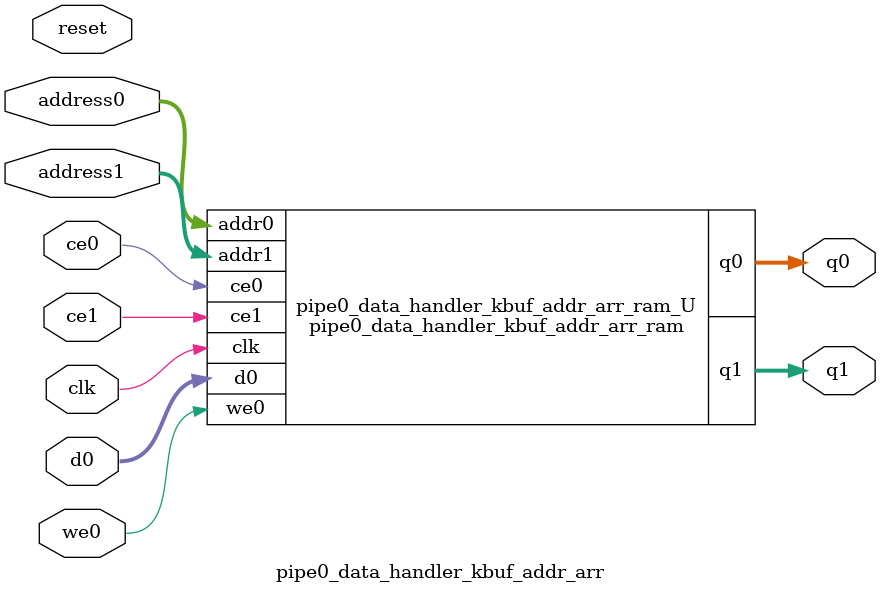
<source format=v>

`timescale 1 ns / 1 ps
module pipe0_data_handler_kbuf_addr_arr_ram (addr0, ce0, d0, we0, q0, addr1, ce1, q1,  clk);

parameter DWIDTH = 64;
parameter AWIDTH = 6;
parameter MEM_SIZE = 64;

input[AWIDTH-1:0] addr0;
input ce0;
input[DWIDTH-1:0] d0;
input we0;
output reg[DWIDTH-1:0] q0;
input[AWIDTH-1:0] addr1;
input ce1;
output reg[DWIDTH-1:0] q1;
input clk;

(* ram_style = "block" *)reg [DWIDTH-1:0] ram[0:MEM_SIZE-1];




always @(posedge clk)  
begin 
    if (ce0) 
    begin
        if (we0) 
        begin 
            ram[addr0] <= d0; 
            q0 <= d0;
        end 
        else 
            q0 <= ram[addr0];
    end
end


always @(posedge clk)  
begin 
    if (ce1) 
    begin
            q1 <= ram[addr1];
    end
end


endmodule


`timescale 1 ns / 1 ps
module pipe0_data_handler_kbuf_addr_arr(
    reset,
    clk,
    address0,
    ce0,
    we0,
    d0,
    q0,
    address1,
    ce1,
    q1);

parameter DataWidth = 32'd64;
parameter AddressRange = 32'd64;
parameter AddressWidth = 32'd6;
input reset;
input clk;
input[AddressWidth - 1:0] address0;
input ce0;
input we0;
input[DataWidth - 1:0] d0;
output[DataWidth - 1:0] q0;
input[AddressWidth - 1:0] address1;
input ce1;
output[DataWidth - 1:0] q1;



pipe0_data_handler_kbuf_addr_arr_ram pipe0_data_handler_kbuf_addr_arr_ram_U(
    .clk( clk ),
    .addr0( address0 ),
    .ce0( ce0 ),
    .d0( d0 ),
    .we0( we0 ),
    .q0( q0 ),
    .addr1( address1 ),
    .ce1( ce1 ),
    .q1( q1 ));

endmodule


</source>
